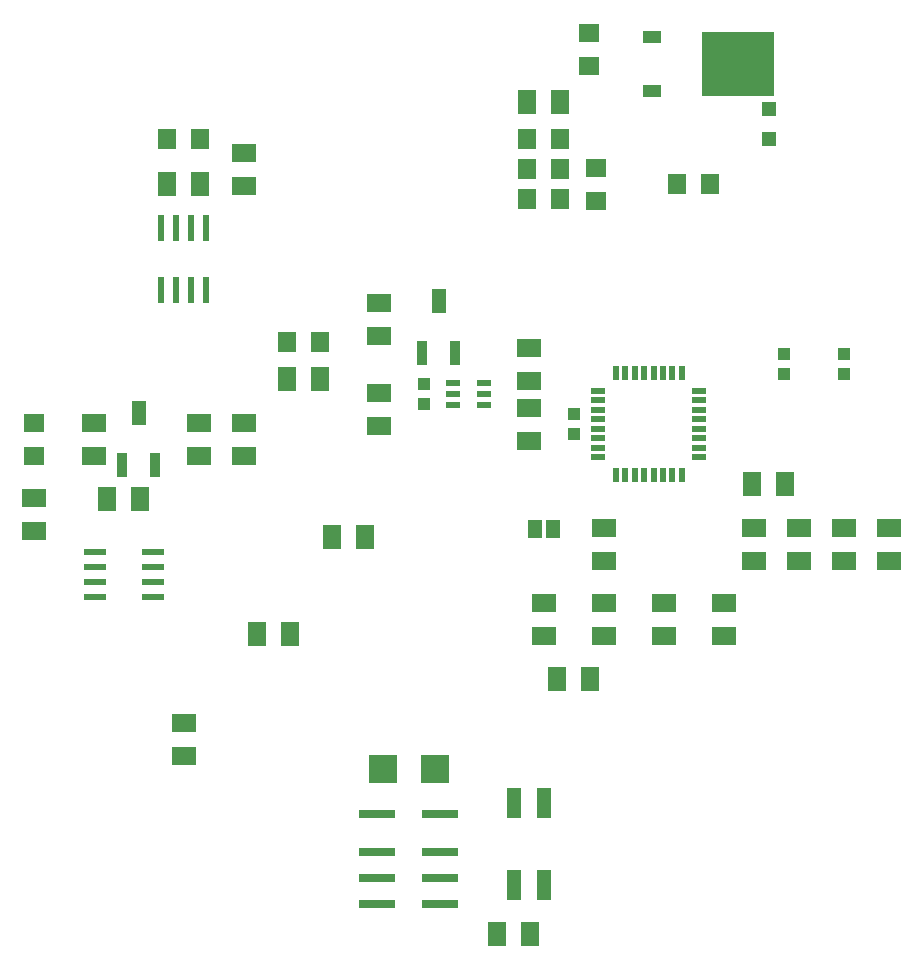
<source format=gtp>
G75*
%MOIN*%
%OFA0B0*%
%FSLAX25Y25*%
%IPPOS*%
%LPD*%
%AMOC8*
5,1,8,0,0,1.08239X$1,22.5*
%
%ADD10R,0.03937X0.04331*%
%ADD11R,0.07087X0.06299*%
%ADD12R,0.06299X0.07087*%
%ADD13R,0.02400X0.08700*%
%ADD14R,0.06299X0.07874*%
%ADD15R,0.07874X0.06299*%
%ADD16R,0.03543X0.07874*%
%ADD17R,0.05118X0.07874*%
%ADD18R,0.04600X0.06300*%
%ADD19R,0.07800X0.02200*%
%ADD20R,0.05000X0.02200*%
%ADD21R,0.02200X0.05000*%
%ADD22R,0.04724X0.02165*%
%ADD23R,0.12205X0.03150*%
%ADD24R,0.05000X0.10000*%
%ADD25R,0.06299X0.03937*%
%ADD26R,0.24409X0.21260*%
%ADD27R,0.09449X0.09449*%
%ADD28R,0.05000X0.05000*%
D10*
X0257169Y0277954D03*
X0257169Y0284646D03*
X0207169Y0287954D03*
X0207169Y0294646D03*
X0327169Y0297954D03*
X0327169Y0304646D03*
X0347169Y0304646D03*
X0347169Y0297954D03*
D11*
X0264669Y0355788D03*
X0264669Y0366812D03*
X0262169Y0400788D03*
X0262169Y0411812D03*
X0077169Y0281812D03*
X0077169Y0270788D03*
D12*
X0161657Y0308800D03*
X0172681Y0308800D03*
X0132681Y0376300D03*
X0121657Y0376300D03*
X0241657Y0376300D03*
X0241657Y0366300D03*
X0241657Y0356300D03*
X0252681Y0356300D03*
X0252681Y0366300D03*
X0252681Y0376300D03*
X0291657Y0361300D03*
X0302681Y0361300D03*
D13*
X0134669Y0346600D03*
X0129669Y0346600D03*
X0124669Y0346600D03*
X0119669Y0346600D03*
X0119669Y0326000D03*
X0124669Y0326000D03*
X0129669Y0326000D03*
X0134669Y0326000D03*
D14*
X0132681Y0361300D03*
X0121657Y0361300D03*
X0161657Y0296300D03*
X0172681Y0296300D03*
X0176657Y0243800D03*
X0187681Y0243800D03*
X0162681Y0211300D03*
X0151657Y0211300D03*
X0112681Y0256300D03*
X0101657Y0256300D03*
X0241657Y0388800D03*
X0252681Y0388800D03*
X0316657Y0261300D03*
X0327681Y0261300D03*
X0262681Y0196300D03*
X0251657Y0196300D03*
X0242681Y0111300D03*
X0231657Y0111300D03*
D15*
X0127169Y0170788D03*
X0127169Y0181812D03*
X0077169Y0245788D03*
X0077169Y0256812D03*
X0097169Y0270788D03*
X0097169Y0281812D03*
X0132169Y0281812D03*
X0132169Y0270788D03*
X0147169Y0270788D03*
X0147169Y0281812D03*
X0192169Y0280788D03*
X0192169Y0291812D03*
X0192169Y0310788D03*
X0192169Y0321812D03*
X0242169Y0306812D03*
X0242169Y0295788D03*
X0242169Y0286812D03*
X0242169Y0275788D03*
X0267169Y0246812D03*
X0267169Y0235788D03*
X0267169Y0221812D03*
X0267169Y0210788D03*
X0247169Y0210788D03*
X0247169Y0221812D03*
X0287169Y0221812D03*
X0287169Y0210788D03*
X0307169Y0210788D03*
X0307169Y0221812D03*
X0317169Y0235788D03*
X0317169Y0246812D03*
X0332169Y0246812D03*
X0332169Y0235788D03*
X0347169Y0235788D03*
X0347169Y0246812D03*
X0362169Y0246812D03*
X0362169Y0235788D03*
X0147169Y0360788D03*
X0147169Y0371812D03*
D16*
X0206657Y0305139D03*
X0217681Y0305139D03*
X0117681Y0267639D03*
X0106657Y0267639D03*
D17*
X0112169Y0284961D03*
X0212169Y0322461D03*
D18*
X0244169Y0246300D03*
X0250169Y0246300D03*
D19*
X0116869Y0238800D03*
X0116869Y0233800D03*
X0116869Y0228800D03*
X0116869Y0223800D03*
X0097469Y0223800D03*
X0097469Y0228800D03*
X0097469Y0233800D03*
X0097469Y0238800D03*
D20*
X0265269Y0270276D03*
X0265269Y0273426D03*
X0265269Y0276576D03*
X0265269Y0279725D03*
X0265269Y0282875D03*
X0265269Y0286024D03*
X0265269Y0289174D03*
X0265269Y0292324D03*
X0299069Y0292324D03*
X0299069Y0289174D03*
X0299069Y0286024D03*
X0299069Y0282875D03*
X0299069Y0279725D03*
X0299069Y0276576D03*
X0299069Y0273426D03*
X0299069Y0270276D03*
D21*
X0293193Y0264400D03*
X0290043Y0264400D03*
X0286894Y0264400D03*
X0283744Y0264400D03*
X0280594Y0264400D03*
X0277445Y0264400D03*
X0274295Y0264400D03*
X0271146Y0264400D03*
X0271146Y0298200D03*
X0274295Y0298200D03*
X0277445Y0298200D03*
X0280594Y0298200D03*
X0283744Y0298200D03*
X0286894Y0298200D03*
X0290043Y0298200D03*
X0293193Y0298200D03*
D22*
X0227288Y0295040D03*
X0227288Y0291300D03*
X0227288Y0287560D03*
X0217051Y0287560D03*
X0217051Y0291300D03*
X0217051Y0295040D03*
D23*
X0212602Y0151261D03*
X0212602Y0138662D03*
X0212602Y0130001D03*
X0212602Y0121339D03*
X0191736Y0121339D03*
X0191736Y0130001D03*
X0191736Y0138662D03*
X0191736Y0151261D03*
D24*
X0237169Y0155080D03*
X0247169Y0155080D03*
X0247169Y0127520D03*
X0237169Y0127520D03*
D25*
X0283272Y0392324D03*
X0283272Y0410276D03*
D26*
X0312012Y0401300D03*
D27*
X0210831Y0166300D03*
X0193508Y0166300D03*
D28*
X0322169Y0376300D03*
X0322169Y0386300D03*
M02*

</source>
